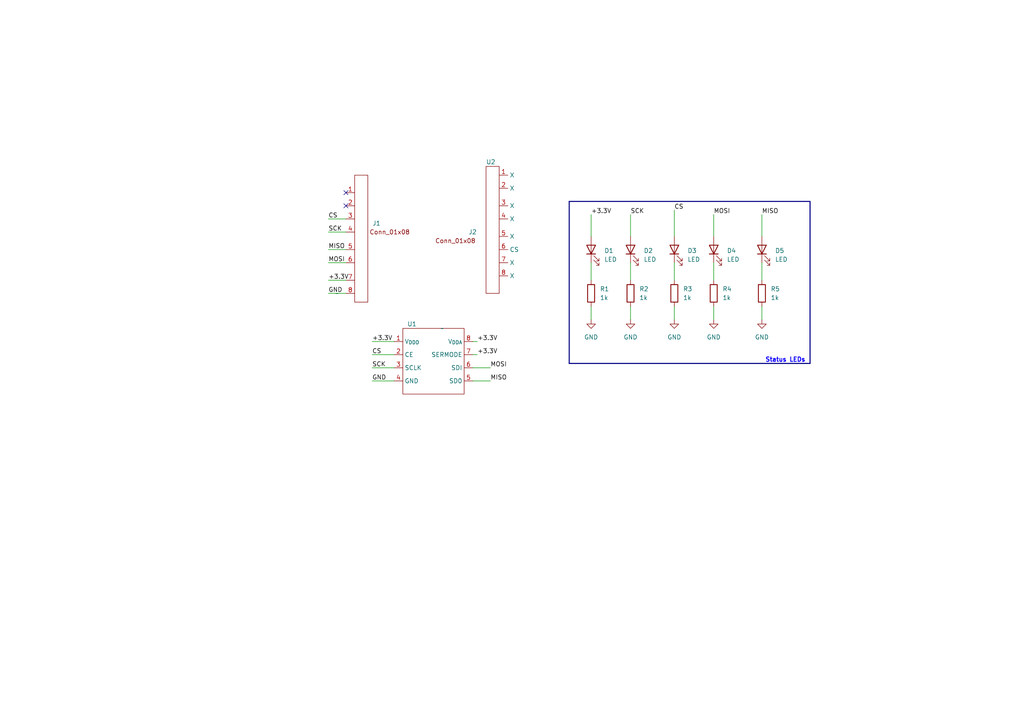
<source format=kicad_sch>
(kicad_sch (version 20230121) (generator eeschema)
  (paper "A4")
  (title_block (title "DS1722 Breakout Board") (date "2024-10-01") (rev "v01") (company "HMC MicroProcessors (E155)") (comment 7 "creativecommons.org/licenses/by/4.0") (comment 8 "License: CC by 4.0") (comment 9 "Author: Zoe Worrall"))
  (lib_symbols
    (symbol "Device:LED" (pin_numbers hide) (pin_names (offset 1.016) hide)
      (property "Reference" "D" (at 0 2.54 0))
      (property "Value" "LED" (at 0 -2.54 0))
      (symbol "LED_0_1"
        (polyline (pts (xy -1.27 -1.27) (xy -1.27 1.27)) (stroke (width 0.254)))
        (polyline (pts (xy -1.27 0) (xy 1.27 0)))
        (polyline (pts (xy 1.27 -1.27) (xy 1.27 1.27) (xy -1.27 0) (xy 1.27 -1.27)) (stroke (width 0.254)))
        (polyline (pts (xy -3.048 -0.762) (xy -4.572 -2.286) (xy -3.81 -2.286) (xy -4.572 -2.286) (xy -4.572 -1.524)))
        (polyline (pts (xy -1.778 -0.762) (xy -3.302 -2.286) (xy -2.54 -2.286) (xy -3.302 -2.286) (xy -3.302 -1.524)))
      )
      (symbol "LED_1_1"
        (pin passive line (at -3.81 0 0) (length 2.54) (name "K") (number "1"))
        (pin passive line (at 3.81 0 180) (length 2.54) (name "A") (number "2"))
      )
    )
    (symbol "Device:R" (pin_numbers hide) (pin_names (offset 0))
      (property "Reference" "R" (at 2.032 0 90))
      (property "Value" "R" (at 0 0 90))
      (symbol "R_0_1"
        (rectangle (start -1.016 -2.54) (end 1.016 2.54) (stroke (width 0.254)))
      )
      (symbol "R_1_1"
        (pin passive line (at 0 3.81 270) (length 1.27) (name "~") (number "1"))
        (pin passive line (at 0 -3.81 90) (length 1.27) (name "~") (number "2"))
      )
    )
    (symbol "Jumper:J1"
      (property "Reference" "J1" (at 3.81 6.35 0))
      (property "Value" "J1" (at -2.54 -17.78 0))
      (symbol "J1_0_1"
        (rectangle (start -2.54 20.32) (end 1.27 -16.51))
      )
      (symbol "J1_1_1"
        (text "Conn_01x08" (at 7.62 3.81 0) (effects (font (size 1.27 1.27))))
        (pin output line (at -5.08 15.24 0) (length 2.54) (name "") (number "1"))
        (pin output line (at -5.08 11.43 0) (length 2.54) (name "") (number "2"))
        (pin input line (at -5.08 7.62 0) (length 2.54) (name "") (number "3"))
        (pin input line (at -5.08 3.81 0) (length 2.54) (name "") (number "4"))
        (pin input line (at -5.08 -1.27 0) (length 2.54) (name "") (number "5"))
        (pin input line (at -5.08 -5.08 0) (length 2.54) (name "") (number "6"))
        (pin input line (at -5.08 -10.16 0) (length 2.54) (name "") (number "7"))
        (pin input line (at -5.08 -13.97 0) (length 2.54) (name "") (number "8"))
      )
    )
    (symbol "Jumper:J2"
      (property "Reference" "U" (at -2.54 19.05 0))
      (property "Value" "J2" (at -6.35 -1.27 0))
      (symbol "J2_0_1"
        (rectangle (start -2.54 17.78) (end 1.27 -19.05))
      )
      (symbol "J2_1_1"
        (text "Conn_01x08" (at -11.43 -3.81 0) (effects (font (size 1.27 1.27))))
        (pin output line (at 1.27 15.24 0) (length 2.54) (name "X") (number "1"))
        (pin output line (at 1.27 11.43 0) (length 2.54) (name "X") (number "2"))
        (pin output line (at 1.27 6.35 0) (length 2.54) (name "X") (number "3"))
        (pin output line (at 1.27 2.54 0) (length 2.54) (name "X") (number "4"))
        (pin output line (at 1.27 -2.54 0) (length 2.54) (name "X") (number "5"))
        (pin output line (at 1.27 -6.35 0) (length 2.54) (name "CS") (number "6"))
        (pin output line (at 1.27 -10.16 0) (length 2.54) (name "X") (number "7"))
        (pin output line (at 1.27 -13.97 0) (length 2.54) (name "X") (number "8"))
      )
    )
    (symbol "Zoe_PCB:DS1722" (pin_names (offset 0.505))
      (property "Reference" "U1" (at -7.62 10.16 0))
      (property "Value" "~" (at 2.54 8.89 0))
      (symbol "DS1722_0_1"
        (rectangle (start -8.89 8.89) (end 8.89 -10.16))
      )
      (symbol "DS1722_1_1"
        (pin input line (at -11.43 5.08 0) (length 2.54) (name "V_{DDD}") (number "1"))
        (pin input line (at -11.43 1.27 0) (length 2.54) (name "CE") (number "2"))
        (pin input line (at -11.43 -2.54 0) (length 2.54) (name "SCLK") (number "3"))
        (pin input line (at -11.43 -6.35 0) (length 2.54) (name "GND") (number "4"))
        (pin input line (at 11.43 -6.35 180) (length 2.54) (name "SD0") (number "5"))
        (pin input line (at 11.43 -2.54 180) (length 2.54) (name "SDI") (number "6"))
        (pin input line (at 11.43 1.27 180) (length 2.54) (name "SERMODE") (number "7"))
        (pin input line (at 11.43 5.08 180) (length 2.54) (name "V_{DDA}") (number "8"))
      )
    )
    (symbol "power:GND" (power) (pin_names (offset 0))
      (property "Value" "GND" (at 0 -3.81 0))
      (symbol "GND_0_1"
        (polyline (pts (xy 0 0) (xy 0 -1.27) (xy 1.27 -1.27) (xy 0 -2.54) (xy -1.27 -1.27) (xy 0 -1.27)))
      )
      (symbol "GND_1_1"
        (pin power_in line (at 0 0 270) (length 0) hide (name "GND") (number "1"))
      )
    )
  )
  (no_connect (at 100.33 59.69))
  (no_connect (at 100.33 55.88))
  (wire (pts (xy 107.95 99.06) (xy 114.3 99.06)))
  (wire (pts (xy 95.25 85.09) (xy 100.33 85.09)))
  (wire (pts (xy 171.45 62.23) (xy 171.45 68.58)))
  (wire (pts (xy 182.88 88.9) (xy 182.88 92.71)))
  (wire (pts (xy 95.25 67.31) (xy 100.33 67.31)))
  (bus (pts (xy 234.95 58.42) (xy 234.95 105.41)))
  (wire (pts (xy 207.01 76.2) (xy 207.01 81.28)))
  (wire (pts (xy 207.01 88.9) (xy 207.01 92.71)))
  (wire (pts (xy 107.95 106.68) (xy 114.3 106.68)))
  (wire (pts (xy 195.58 60.96) (xy 195.58 68.58)))
  (wire (pts (xy 95.25 63.5) (xy 100.33 63.5)))
  (wire (pts (xy 182.88 62.23) (xy 182.88 68.58)))
  (wire (pts (xy 220.98 62.23) (xy 220.98 68.58)))
  (wire (pts (xy 171.45 88.9) (xy 171.45 92.71)))
  (wire (pts (xy 220.98 88.9) (xy 220.98 92.71)))
  (wire (pts (xy 95.25 76.2) (xy 100.33 76.2)))
  (wire (pts (xy 137.16 110.49) (xy 142.24 110.49)))
  (wire (pts (xy 107.95 102.87) (xy 114.3 102.87)))
  (wire (pts (xy 95.25 81.28) (xy 100.33 81.28)))
  (wire (pts (xy 137.16 102.87) (xy 138.43 102.87)))
  (bus (pts (xy 165.1 105.41) (xy 165.1 58.42)))
  (bus (pts (xy 234.95 105.41) (xy 165.1 105.41)))
  (wire (pts (xy 195.58 76.2) (xy 195.58 81.28)))
  (wire (pts (xy 107.95 110.49) (xy 114.3 110.49)))
  (wire (pts (xy 171.45 76.2) (xy 171.45 81.28)))
  (wire (pts (xy 182.88 76.2) (xy 182.88 81.28)))
  (wire (pts (xy 220.98 76.2) (xy 220.98 81.28)))
  (wire (pts (xy 207.01 62.23) (xy 207.01 68.58)))
  (wire (pts (xy 137.16 106.68) (xy 142.24 106.68)))
  (bus (pts (xy 165.1 58.42) (xy 234.95 58.42)))
  (wire (pts (xy 95.25 72.39) (xy 100.33 72.39)))
  (wire (pts (xy 137.16 99.06) (xy 138.43 99.06)))
  (wire (pts (xy 195.58 88.9) (xy 195.58 92.71)))
  (label "SCK" (at 182.88 62.23 0))
  (label "+3.3V" (at 138.43 102.87 0))
  (label "+3.3V" (at 171.45 62.23 0))
  (label "MISO" (at 95.25 72.39 0))
  (label "GND" (at 95.25 85.09 0))
  (label "MISO" (at 220.98 62.23 0))
  (label "MISO" (at 142.24 110.49 0))
  (label "MOSI" (at 95.25 76.2 0))
  (label "MOSI" (at 207.01 62.23 0))
  (label "Status LEDs" (at 233.68 105.41 180) (effects (font (thickness 0.254) bold)))
  (label "MOSI" (at 142.24 106.68 0))
  (label "SCK" (at 95.25 67.31 0))
  (label "+3.3V" (at 107.95 99.06 0))
  (label "CS" (at 107.95 102.87 0))
  (label "CS" (at 95.25 63.5 0))
  (label "+3.3V" (at 95.25 81.28 0))
  (label "SCK" (at 107.95 106.68 0))
  (label "GND" (at 107.95 110.49 0))
  (label "+3.3V" (at 138.43 99.06 0))
  (label "CS" (at 195.58 60.96 0))
  (symbol (lib_id "power:GND") (at 182.88 92.71 0) (unit 1)
    (property "Reference" "#PWR02" (effects hide))
    (property "Value" "GND" (at 182.88 97.79 0))
  )
  (symbol (lib_id "Device:LED") (at 171.45 72.39 90) (unit 1)
    (property "Reference" "D1" (at 175.26 72.7075 90) (effects (justify right)))
    (property "Value" "LED" (at 175.26 75.2475 90) (effects (justify right)))
  )
  (symbol (lib_id "Device:LED") (at 207.01 72.39 90) (unit 1)
    (property "Reference" "D4" (at 210.82 72.7075 90) (effects (justify right)))
    (property "Value" "LED" (at 210.82 75.2475 90) (effects (justify right)))
  )
  (symbol (lib_id "power:GND") (at 195.58 92.71 0) (unit 1)
    (property "Reference" "#PWR03" (effects hide))
    (property "Value" "GND" (at 195.58 97.79 0))
  )
  (symbol (lib_id "Jumper:J1") (at 105.41 71.12 0) (unit 1)
    (property "Reference" "J1" (at 109.22 64.77 0))
    (property "Value" "~" (at 97.79 85.09 0))
  )
  (symbol (lib_id "Jumper:J2") (at 143.51 66.04 0) (unit 1)
    (property "Reference" "U2" (at 140.97 46.99 0) (effects (justify left)))
    (property "Value" "J2" (at 135.89 67.31 0) (effects (justify left)))
  )
  (symbol (lib_id "Device:R") (at 220.98 85.09 0) (unit 1)
    (property "Reference" "R5" (at 223.52 83.82 0) (effects (justify left)))
    (property "Value" "1k" (at 223.52 86.36 0) (effects (justify left)))
  )
  (symbol (lib_id "Device:R") (at 182.88 85.09 0) (unit 1)
    (property "Reference" "R2" (at 185.42 83.82 0) (effects (justify left)))
    (property "Value" "1k" (at 185.42 86.36 0) (effects (justify left)))
  )
  (symbol (lib_id "power:GND") (at 220.98 92.71 0) (unit 1)
    (property "Reference" "#PWR05" (effects hide))
    (property "Value" "GND" (at 220.98 97.79 0))
  )
  (symbol (lib_id "Device:LED") (at 182.88 72.39 90) (unit 1)
    (property "Reference" "D2" (at 186.69 72.7075 90) (effects (justify right)))
    (property "Value" "LED" (at 186.69 75.2475 90) (effects (justify right)))
  )
  (symbol (lib_id "power:GND") (at 171.45 92.71 0) (unit 1)
    (property "Reference" "#PWR01" (effects hide))
    (property "Value" "GND" (at 171.45 97.79 0))
  )
  (symbol (lib_id "Device:R") (at 207.01 85.09 180) (unit 1)
    (property "Reference" "R4" (at 209.55 83.82 0) (effects (justify right)))
    (property "Value" "1k" (at 209.55 86.36 0) (effects (justify right)))
  )
  (symbol (lib_id "Device:LED") (at 220.98 72.39 90) (unit 1)
    (property "Reference" "D5" (at 224.79 72.7075 90) (effects (justify right)))
    (property "Value" "LED" (at 224.79 75.2475 90) (effects (justify right)))
  )
  (symbol (lib_id "power:GND") (at 207.01 92.71 0) (unit 1)
    (property "Reference" "#PWR04" (effects hide))
    (property "Value" "GND" (at 207.01 97.79 0))
  )
  (symbol (lib_id "Device:R") (at 171.45 85.09 0) (unit 1)
    (property "Reference" "R1" (at 173.99 83.82 0) (effects (justify left)))
    (property "Value" "1k" (at 173.99 86.36 0) (effects (justify left)))
  )
  (symbol (lib_id "Zoe_PCB:DS1722") (at 125.73 104.14 0) (unit 1)
    (property "Reference" "U1" (at 118.11 93.98 0) (effects (justify left)))
    (property "Value" "~" (at 128.27 95.25 0))
  )
  (symbol (lib_id "Device:LED") (at 195.58 72.39 90) (unit 1)
    (property "Reference" "D3" (at 199.39 72.7075 90) (effects (justify right)))
    (property "Value" "LED" (at 199.39 75.2475 90) (effects (justify right)))
  )
  (symbol (lib_id "Device:R") (at 195.58 85.09 0) (unit 1)
    (property "Reference" "R3" (at 198.12 83.82 0) (effects (justify left)))
    (property "Value" "1k" (at 198.12 86.36 0) (effects (justify left)))
  )
)
</source>
